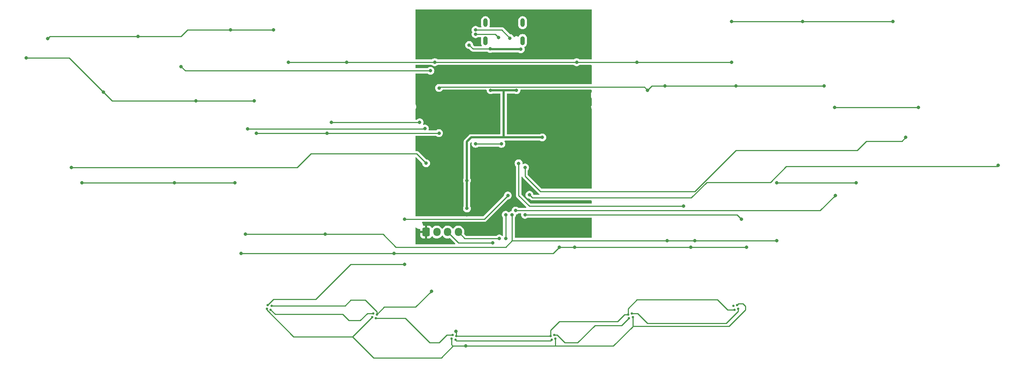
<source format=gbr>
%TF.GenerationSoftware,KiCad,Pcbnew,7.0.8*%
%TF.CreationDate,2023-10-18T22:01:12+02:00*%
%TF.ProjectId,acacia-2,61636163-6961-42d3-922e-6b696361645f,rev?*%
%TF.SameCoordinates,Original*%
%TF.FileFunction,Copper,L1,Top*%
%TF.FilePolarity,Positive*%
%FSLAX46Y46*%
G04 Gerber Fmt 4.6, Leading zero omitted, Abs format (unit mm)*
G04 Created by KiCad (PCBNEW 7.0.8) date 2023-10-18 22:01:12*
%MOMM*%
%LPD*%
G01*
G04 APERTURE LIST*
G04 Aperture macros list*
%AMRoundRect*
0 Rectangle with rounded corners*
0 $1 Rounding radius*
0 $2 $3 $4 $5 $6 $7 $8 $9 X,Y pos of 4 corners*
0 Add a 4 corners polygon primitive as box body*
4,1,4,$2,$3,$4,$5,$6,$7,$8,$9,$2,$3,0*
0 Add four circle primitives for the rounded corners*
1,1,$1+$1,$2,$3*
1,1,$1+$1,$4,$5*
1,1,$1+$1,$6,$7*
1,1,$1+$1,$8,$9*
0 Add four rect primitives between the rounded corners*
20,1,$1+$1,$2,$3,$4,$5,0*
20,1,$1+$1,$4,$5,$6,$7,0*
20,1,$1+$1,$6,$7,$8,$9,0*
20,1,$1+$1,$8,$9,$2,$3,0*%
%AMRotRect*
0 Rectangle, with rotation*
0 The origin of the aperture is its center*
0 $1 length*
0 $2 width*
0 $3 Rotation angle, in degrees counterclockwise*
0 Add horizontal line*
21,1,$1,$2,0,0,$3*%
G04 Aperture macros list end*
%TA.AperFunction,SMDPad,CuDef*%
%ADD10RotRect,0.500000X0.500000X15.000000*%
%TD*%
%TA.AperFunction,SMDPad,CuDef*%
%ADD11RotRect,0.500000X0.500000X285.000000*%
%TD*%
%TA.AperFunction,SMDPad,CuDef*%
%ADD12RotRect,0.500000X0.500000X165.000000*%
%TD*%
%TA.AperFunction,ComponentPad*%
%ADD13RoundRect,0.250000X-0.600000X-0.725000X0.600000X-0.725000X0.600000X0.725000X-0.600000X0.725000X0*%
%TD*%
%TA.AperFunction,ComponentPad*%
%ADD14O,1.700000X1.950000*%
%TD*%
%TA.AperFunction,ComponentPad*%
%ADD15O,1.050000X2.100000*%
%TD*%
%TA.AperFunction,ComponentPad*%
%ADD16O,1.000000X2.000000*%
%TD*%
%TA.AperFunction,ViaPad*%
%ADD17C,0.800000*%
%TD*%
%TA.AperFunction,Conductor*%
%ADD18C,0.250000*%
%TD*%
%TA.AperFunction,Conductor*%
%ADD19C,0.500000*%
%TD*%
G04 APERTURE END LIST*
D10*
%TO.P,D44,4,VDD*%
%TO.N,+5V*%
X211818198Y-114948865D03*
%TO.P,D44,3,DIN*%
%TO.N,Net-(D43-DOUT)*%
X212051135Y-115818198D03*
%TO.P,D44,2,VSS*%
%TO.N,GNDD*%
X211181802Y-116051135D03*
%TO.P,D44,1,DOUT*%
%TO.N,unconnected-(D44-DOUT-Pad1)*%
X210948865Y-115181802D03*
%TD*%
D11*
%TO.P,D43,1,DOUT*%
%TO.N,Net-(D43-DOUT)*%
X187318198Y-116948865D03*
%TO.P,D43,2,VSS*%
%TO.N,GNDD*%
X186448865Y-117181802D03*
%TO.P,D43,3,DIN*%
%TO.N,Net-(D42-DOUT)*%
X186681802Y-118051135D03*
%TO.P,D43,4,VDD*%
%TO.N,+5V*%
X187551135Y-117818198D03*
%TD*%
%TO.P,D42,1,DOUT*%
%TO.N,Net-(D42-DOUT)*%
X169318198Y-121948865D03*
%TO.P,D42,2,VSS*%
%TO.N,GNDD*%
X168448865Y-122181802D03*
%TO.P,D42,3,DIN*%
%TO.N,Net-(D41-DOUT)*%
X168681802Y-123051135D03*
%TO.P,D42,4,VDD*%
%TO.N,+5V*%
X169551135Y-122818198D03*
%TD*%
D12*
%TO.P,D41,1,DOUT*%
%TO.N,Net-(D41-DOUT)*%
X146318198Y-123051135D03*
%TO.P,D41,2,VSS*%
%TO.N,GNDD*%
X146551135Y-122181802D03*
%TO.P,D41,3,DIN*%
%TO.N,Net-(D40-DOUT)*%
X145681802Y-121948865D03*
%TO.P,D41,4,VDD*%
%TO.N,+5V*%
X145448865Y-122818198D03*
%TD*%
%TO.P,D40,1,DOUT*%
%TO.N,Net-(D40-DOUT)*%
X127818198Y-118051135D03*
%TO.P,D40,2,VSS*%
%TO.N,GNDD*%
X128051135Y-117181802D03*
%TO.P,D40,3,DIN*%
%TO.N,Net-(D39-DOUT)*%
X127181802Y-116948865D03*
%TO.P,D40,4,VDD*%
%TO.N,+5V*%
X126948865Y-117818198D03*
%TD*%
%TO.P,D39,1,DOUT*%
%TO.N,Net-(D39-DOUT)*%
X103318198Y-116051135D03*
%TO.P,D39,2,VSS*%
%TO.N,GNDD*%
X103551135Y-115181802D03*
%TO.P,D39,3,DIN*%
%TO.N,RGB*%
X102681802Y-114948865D03*
%TO.P,D39,4,VDD*%
%TO.N,+5V*%
X102448865Y-115818198D03*
%TD*%
D13*
%TO.P,J1,1,Pin_1*%
%TO.N,GNDD*%
X139500000Y-98000000D03*
D14*
%TO.P,J1,2,Pin_2*%
%TO.N,+5V*%
X142000000Y-98000000D03*
%TO.P,J1,3,Pin_3*%
%TO.N,/SDA*%
X144500000Y-98000000D03*
%TO.P,J1,4,Pin_4*%
%TO.N,/SCL*%
X147000000Y-98000000D03*
%TD*%
D15*
%TO.P,J3,S1,MH1*%
%TO.N,GNDPWR*%
X153290000Y-53500000D03*
D16*
%TO.P,J3,S2,MH2*%
X153290000Y-49320000D03*
%TO.P,J3,S3,MH3*%
X161930000Y-49320000D03*
D15*
%TO.P,J3,S4,MH4*%
X161930000Y-53500000D03*
%TD*%
D17*
%TO.N,GNDD*%
X147500000Y-61500000D03*
X140750000Y-111750000D03*
%TO.N,/SDA*%
X155000000Y-100500000D03*
%TO.N,/SCL*%
X156500000Y-99500000D03*
%TO.N,+5V*%
X149000000Y-92500000D03*
X166504866Y-75998010D03*
X154500000Y-65000000D03*
X149000000Y-86000000D03*
X160500000Y-65000000D03*
X148750000Y-124500000D03*
%TO.N,GNDD*%
X168250000Y-72500000D03*
X146411611Y-121088389D03*
X168250000Y-73500000D03*
X167250000Y-72500000D03*
X156000000Y-94000000D03*
X149000000Y-97000000D03*
X167250000Y-73500000D03*
X149000000Y-94000000D03*
X163000000Y-88000000D03*
X174000000Y-96500000D03*
X164500000Y-57000000D03*
%TO.N,GND*%
X149500000Y-54500000D03*
X154410000Y-55410000D03*
X161500000Y-55500000D03*
%TO.N,R0*%
X107500000Y-58500000D03*
X72500000Y-52470647D03*
X174500000Y-58500000D03*
X227000000Y-49000000D03*
X141500000Y-58500000D03*
X188500000Y-58500000D03*
X210500000Y-49000000D03*
X104000000Y-51000000D03*
X248000000Y-49000000D03*
X121000000Y-58500000D03*
X51500000Y-53000000D03*
X94000000Y-51000000D03*
X210500000Y-58500000D03*
%TO.N,R1*%
X191000000Y-65000000D03*
X232000000Y-64000000D03*
X46500000Y-57500000D03*
X234500000Y-69000000D03*
X142500000Y-64500000D03*
X64500000Y-65500000D03*
X100000000Y-75000000D03*
X99500000Y-67500000D03*
X195000000Y-64000000D03*
X142500000Y-75000004D03*
X86000000Y-67500000D03*
X116500000Y-75000000D03*
X211500000Y-64000000D03*
X254000000Y-69000000D03*
%TO.N,R2*%
X221000000Y-86500000D03*
X81000000Y-86500000D03*
X95000000Y-86500000D03*
X221000002Y-100000000D03*
X239500000Y-86500000D03*
X195500000Y-100000006D03*
X202000000Y-100000006D03*
X59500000Y-86500000D03*
X97500000Y-98500000D03*
X159500000Y-94000000D03*
X116000000Y-98500000D03*
%TO.N,R3*%
X132000000Y-103000000D03*
X201000000Y-101500000D03*
X170500000Y-101499996D03*
X214000000Y-101500000D03*
X96500000Y-103000000D03*
X174000000Y-101500000D03*
%TO.N,RGB*%
X134500000Y-95000000D03*
X134500000Y-105500000D03*
X158500000Y-89500000D03*
%TO.N,/BTN*%
X158000000Y-94000000D03*
X158000000Y-99500000D03*
%TO.N,Net-(U1-~{RESET})*%
X151000000Y-77500000D03*
X157000000Y-77500000D03*
%TO.N,C0*%
X139500000Y-82000000D03*
X57000000Y-83000000D03*
%TO.N,C1*%
X82500000Y-59500000D03*
X140500000Y-60500000D03*
%TO.N,C2*%
X139225000Y-73920337D03*
X98000000Y-74000000D03*
%TO.N,C3*%
X138000000Y-72500000D03*
X117500000Y-72500000D03*
%TO.N,C5*%
X161012653Y-82012653D03*
X199354105Y-92000000D03*
%TO.N,C6*%
X162500000Y-94000000D03*
X212780202Y-95000000D03*
%TO.N,C7*%
X160300000Y-93000000D03*
X234620660Y-89500000D03*
%TO.N,C8*%
X162500000Y-82987347D03*
X251000000Y-76000000D03*
%TO.N,C9*%
X163529577Y-89350000D03*
X272500000Y-82500000D03*
%TO.N,Net-(J3-CC1)*%
X151000000Y-52000000D03*
X156322262Y-52752632D03*
%TO.N,Net-(J3-CC2)*%
X151000000Y-51000000D03*
X159000000Y-52900500D03*
%TD*%
D18*
%TO.N,GNDD*%
X129783092Y-115449845D02*
X137050155Y-115449845D01*
X137050155Y-115449845D02*
X140750000Y-111750000D01*
X128051135Y-117181802D02*
X129783092Y-115449845D01*
X103551135Y-115181802D02*
X120660169Y-115181802D01*
X128051135Y-116551135D02*
X128051135Y-117181802D01*
X120660169Y-115181802D02*
X122003968Y-113838003D01*
X122003968Y-113838003D02*
X125338003Y-113838003D01*
X125338003Y-113838003D02*
X128051135Y-116551135D01*
%TO.N,+5V*%
X122410294Y-122339706D02*
X122427357Y-122339706D01*
X108664187Y-122339706D02*
X122410294Y-122339706D01*
X122410294Y-122339706D02*
X127296488Y-127225900D01*
X127296488Y-127225900D02*
X143024100Y-127225900D01*
X143024100Y-127225900D02*
X145750000Y-124500000D01*
X102448865Y-115818198D02*
X102448865Y-116124384D01*
X102448865Y-116124384D02*
X108664187Y-122339706D01*
X122427357Y-122339706D02*
X126948865Y-117818198D01*
%TO.N,RGB*%
X102681802Y-114948865D02*
X104004767Y-113625900D01*
X104004767Y-113625900D02*
X113874100Y-113625900D01*
X113874100Y-113625900D02*
X122000000Y-105500000D01*
X122000000Y-105500000D02*
X134500000Y-105500000D01*
%TO.N,Net-(D39-DOUT)*%
X103318198Y-116051135D02*
X104397921Y-117130858D01*
X120130858Y-117130858D02*
X121575803Y-118575803D01*
X121575803Y-118575803D02*
X124195314Y-118575803D01*
X104397921Y-117130858D02*
X120130858Y-117130858D01*
X124195314Y-118575803D02*
X125822252Y-116948865D01*
X125822252Y-116948865D02*
X127181802Y-116948865D01*
%TO.N,Net-(D40-DOUT)*%
X127818198Y-118051135D02*
X134662160Y-118051135D01*
X140361025Y-123750000D02*
X142500000Y-123750000D01*
X134662160Y-118051135D02*
X140361025Y-123750000D01*
X142500000Y-123750000D02*
X144301135Y-121948865D01*
X144301135Y-121948865D02*
X145681802Y-121948865D01*
%TO.N,GNDD*%
X168448865Y-122181802D02*
X146551135Y-122181802D01*
X146551135Y-121227913D02*
X146411611Y-121088389D01*
X146551135Y-122181802D02*
X146551135Y-121227913D01*
%TO.N,+5V*%
X148750000Y-124500000D02*
X145750000Y-124500000D01*
X145448865Y-124198865D02*
X145448865Y-122818198D01*
X145750000Y-124500000D02*
X145448865Y-124198865D01*
X169551135Y-124500000D02*
X148750000Y-124500000D01*
%TO.N,Net-(D41-DOUT)*%
X146318198Y-123051135D02*
X146517063Y-123250000D01*
X146517063Y-123250000D02*
X168482937Y-123250000D01*
X168482937Y-123250000D02*
X168681802Y-123051135D01*
%TO.N,GNDD*%
X168448865Y-122181802D02*
X168448865Y-120849133D01*
X168448865Y-120849133D02*
X170466898Y-118831100D01*
X183984536Y-118831100D02*
X185633834Y-117181802D01*
X170466898Y-118831100D02*
X183984536Y-118831100D01*
X185633834Y-117181802D02*
X186448865Y-117181802D01*
%TO.N,+5V*%
X169551135Y-122818198D02*
X169551135Y-124500000D01*
X169551135Y-124500000D02*
X183000000Y-124500000D01*
X187551135Y-119948865D02*
X187551135Y-117818198D01*
X183000000Y-124500000D02*
X187551135Y-119948865D01*
%TO.N,Net-(D42-DOUT)*%
X169318198Y-121948865D02*
X169952056Y-121948865D01*
X171753191Y-123750000D02*
X174750000Y-123750000D01*
X169952056Y-121948865D02*
X171753191Y-123750000D01*
X174750000Y-123750000D02*
X178750000Y-119750000D01*
X178750000Y-119750000D02*
X184982937Y-119750000D01*
X184982937Y-119750000D02*
X186681802Y-118051135D01*
%TO.N,+5V*%
X187551135Y-119750000D02*
X187689041Y-119887906D01*
X213750000Y-116091894D02*
X213750000Y-115250000D01*
X187689041Y-119887906D02*
X209953988Y-119887906D01*
X209953988Y-119887906D02*
X213750000Y-116091894D01*
X187551135Y-117818198D02*
X187551135Y-119750000D01*
X213113329Y-114613329D02*
X212153734Y-114613329D01*
X213750000Y-115250000D02*
X213113329Y-114613329D01*
X212153734Y-114613329D02*
X211818198Y-114948865D01*
%TO.N,GNDD*%
X207244325Y-113744325D02*
X209551135Y-116051135D01*
X188553673Y-113744325D02*
X207244325Y-113744325D01*
X209551135Y-116051135D02*
X211181802Y-116051135D01*
X186448865Y-117181802D02*
X186448865Y-115849133D01*
X186448865Y-115849133D02*
X188553673Y-113744325D01*
%TO.N,Net-(D43-DOUT)*%
X187318198Y-116948865D02*
X188698865Y-116948865D01*
X188698865Y-116948865D02*
X190970554Y-119220554D01*
X209282637Y-119220554D02*
X212051135Y-116452056D01*
X190970554Y-119220554D02*
X209282637Y-119220554D01*
X212051135Y-116452056D02*
X212051135Y-115818198D01*
%TO.N,/SDA*%
X155000000Y-100500000D02*
X147000000Y-100500000D01*
X147000000Y-100500000D02*
X144500000Y-98000000D01*
%TO.N,/SCL*%
X156500000Y-99500000D02*
X148500000Y-99500000D01*
X148500000Y-99500000D02*
X147000000Y-98000000D01*
D19*
%TO.N,+5V*%
X159999990Y-65000000D02*
X154500000Y-65000000D01*
X159999990Y-65000000D02*
X160500000Y-65000000D01*
X159999990Y-65000000D02*
X157500000Y-65000000D01*
X157500000Y-65000000D02*
X157500000Y-76000000D01*
X157500000Y-76000000D02*
X166502876Y-76000000D01*
X157500000Y-76000000D02*
X150000000Y-76000000D01*
X150000000Y-76000000D02*
X149000000Y-77000000D01*
X166502876Y-76000000D02*
X166504866Y-75998010D01*
X149000000Y-77000000D02*
X149000000Y-86000000D01*
X149000000Y-92500000D02*
X149000000Y-86000000D01*
%TO.N,GND*%
X154500000Y-55500000D02*
X161500000Y-55500000D01*
X154410000Y-55410000D02*
X154500000Y-55500000D01*
D18*
X150410000Y-55410000D02*
X149500000Y-54500000D01*
X154410000Y-55410000D02*
X150410000Y-55410000D01*
%TO.N,R0*%
X82529353Y-52470647D02*
X84000000Y-51000000D01*
X94000000Y-51000000D02*
X104000000Y-51000000D01*
X248000000Y-49000000D02*
X227000000Y-49000000D01*
X226500000Y-49000000D02*
X227000000Y-49000000D01*
X51500000Y-53000000D02*
X52029353Y-52470647D01*
X141500000Y-58500000D02*
X174500000Y-58500000D01*
X210500000Y-49000000D02*
X226500000Y-49000000D01*
X174500000Y-58500000D02*
X210500000Y-58500000D01*
X107500000Y-58500000D02*
X121000000Y-58500000D01*
X52029353Y-52470647D02*
X72500000Y-52470647D01*
X84000000Y-51000000D02*
X94000000Y-51000000D01*
X72500000Y-52470647D02*
X82529353Y-52470647D01*
X121000000Y-58500000D02*
X141500000Y-58500000D01*
%TO.N,R1*%
X211500000Y-64000000D02*
X195000000Y-64000000D01*
X254000000Y-69000000D02*
X234500000Y-69000000D01*
X86000000Y-67500000D02*
X99500000Y-67500000D01*
X232000000Y-64000000D02*
X211500000Y-64000000D01*
X191000000Y-65000000D02*
X190272450Y-64272450D01*
X195000000Y-64000000D02*
X192000000Y-64000000D01*
X46500000Y-57500000D02*
X56500000Y-57500000D01*
X100000000Y-75000000D02*
X116500000Y-75000000D01*
X66500000Y-67500000D02*
X86000000Y-67500000D01*
X62000000Y-63000000D02*
X64500000Y-65500000D01*
X116500000Y-75000000D02*
X142499996Y-75000000D01*
X192000000Y-64000000D02*
X191000000Y-65000000D01*
X142727550Y-64272450D02*
X142500000Y-64500000D01*
X190272450Y-64272450D02*
X142727550Y-64272450D01*
X64500000Y-65500000D02*
X66500000Y-67500000D01*
X56500000Y-57500000D02*
X62000000Y-63000000D01*
X142499996Y-75000000D02*
X142500000Y-75000004D01*
%TO.N,R2*%
X158000006Y-101500000D02*
X159500000Y-100000006D01*
X159500000Y-94000000D02*
X159500000Y-100000006D01*
X202000000Y-100000006D02*
X220999996Y-100000006D01*
X97500000Y-98500000D02*
X116000000Y-98500000D01*
X81000000Y-86500000D02*
X95000000Y-86500000D01*
X239500000Y-86500000D02*
X221000000Y-86500000D01*
X159500000Y-100000006D02*
X195500000Y-100000006D01*
X195500000Y-100000006D02*
X202000000Y-100000006D01*
X220999996Y-100000006D02*
X221000002Y-100000000D01*
X116000000Y-98500000D02*
X129500000Y-98500000D01*
X132500000Y-101500000D02*
X158000006Y-101500000D01*
X129500000Y-98500000D02*
X132500000Y-101500000D01*
X81000000Y-86500000D02*
X59500000Y-86500000D01*
%TO.N,R3*%
X214000000Y-101500000D02*
X201000000Y-101500000D01*
X174000000Y-101500000D02*
X170500004Y-101500000D01*
X170500000Y-101499996D02*
X168999996Y-103000000D01*
X170500004Y-101500000D02*
X170500000Y-101499996D01*
X96500000Y-103000000D02*
X132000000Y-103000000D01*
X201000000Y-101500000D02*
X174000000Y-101500000D01*
X168999996Y-103000000D02*
X132000000Y-103000000D01*
%TO.N,RGB*%
X153000000Y-95000000D02*
X134500000Y-95000000D01*
X158500000Y-89500000D02*
X153000000Y-95000000D01*
%TO.N,/BTN*%
X158000000Y-99500000D02*
X158000000Y-94000000D01*
%TO.N,Net-(U1-~{RESET})*%
X157000000Y-77500000D02*
X151000000Y-77500000D01*
%TO.N,C0*%
X112724503Y-79775497D02*
X109500000Y-83000000D01*
X109500000Y-83000000D02*
X57000000Y-83000000D01*
X139500000Y-82000000D02*
X137275497Y-79775497D01*
X137275497Y-79775497D02*
X112724503Y-79775497D01*
%TO.N,C1*%
X83500000Y-60500000D02*
X82500000Y-59500000D01*
X140500000Y-60500000D02*
X83500000Y-60500000D01*
%TO.N,C2*%
X98000000Y-74000000D02*
X139000000Y-74000000D01*
X139079663Y-73920337D02*
X139225000Y-73920337D01*
X139000000Y-74000000D02*
X139079663Y-73920337D01*
%TO.N,C3*%
X138000000Y-72500000D02*
X130874214Y-72500000D01*
X130874214Y-72500000D02*
X117500000Y-72500000D01*
%TO.N,C5*%
X161012653Y-89512653D02*
X161012653Y-82012653D01*
X163500000Y-92000000D02*
X161012653Y-89512653D01*
X199354105Y-92000000D02*
X163500000Y-92000000D01*
%TO.N,C6*%
X212780202Y-95000000D02*
X211780202Y-94000000D01*
X211780202Y-94000000D02*
X162500000Y-94000000D01*
%TO.N,C7*%
X231120660Y-93000000D02*
X160300000Y-93000000D01*
X234620660Y-89500000D02*
X231120660Y-93000000D01*
%TO.N,C8*%
X211514923Y-79000000D02*
X201974222Y-88540701D01*
X241885772Y-76857649D02*
X239743421Y-79000000D01*
X250142351Y-76857649D02*
X241885772Y-76857649D01*
X166040701Y-88540701D02*
X162500000Y-85000000D01*
X201974222Y-88540701D02*
X166040701Y-88540701D01*
X162500000Y-85000000D02*
X162500000Y-82987347D01*
X239743421Y-79000000D02*
X211514923Y-79000000D01*
X251000000Y-76000000D02*
X250142351Y-76857649D01*
%TO.N,C9*%
X223259299Y-82740701D02*
X219574503Y-86425497D01*
X219574503Y-86425497D02*
X204725822Y-86425497D01*
X204725822Y-86425497D02*
X201151319Y-90000000D01*
X164179577Y-90000000D02*
X163529577Y-89350000D01*
X272500000Y-82500000D02*
X272259299Y-82740701D01*
X201151319Y-90000000D02*
X164179577Y-90000000D01*
X272259299Y-82740701D02*
X223259299Y-82740701D01*
%TO.N,Net-(J3-CC1)*%
X151000000Y-52000000D02*
X155569630Y-52000000D01*
X156322262Y-52752632D02*
X155569630Y-52000000D01*
%TO.N,Net-(J3-CC2)*%
X157099500Y-51000000D02*
X151000000Y-51000000D01*
X159000000Y-52900500D02*
X157099500Y-51000000D01*
%TD*%
%TA.AperFunction,Conductor*%
%TO.N,GNDD*%
G36*
X137205203Y-96936609D02*
G01*
X137218508Y-96950047D01*
X137294364Y-97039353D01*
X137294367Y-97039356D01*
X137370170Y-97096979D01*
X137445971Y-97154602D01*
X137445972Y-97154602D01*
X137445973Y-97154603D01*
X137445974Y-97154604D01*
X137551758Y-97203543D01*
X137618803Y-97234562D01*
X137618804Y-97234562D01*
X137618806Y-97234563D01*
X137675227Y-97246982D01*
X137804784Y-97275500D01*
X137804785Y-97275500D01*
X137947459Y-97275500D01*
X137947465Y-97275500D01*
X138012595Y-97268416D01*
X138081367Y-97280736D01*
X138132563Y-97328283D01*
X138150000Y-97391689D01*
X138150000Y-97750000D01*
X139096031Y-97750000D01*
X139063481Y-97800649D01*
X139025000Y-97931705D01*
X139025000Y-98068295D01*
X139063481Y-98199351D01*
X139096031Y-98250000D01*
X138150001Y-98250000D01*
X138150001Y-98774986D01*
X138160494Y-98877697D01*
X138215641Y-99044119D01*
X138215643Y-99044124D01*
X138307684Y-99193345D01*
X138431654Y-99317315D01*
X138580875Y-99409356D01*
X138580880Y-99409358D01*
X138747302Y-99464505D01*
X138747309Y-99464506D01*
X138850019Y-99474999D01*
X139249999Y-99474999D01*
X139250000Y-99474998D01*
X139250000Y-98408018D01*
X139364801Y-98460446D01*
X139466025Y-98475000D01*
X139533975Y-98475000D01*
X139635199Y-98460446D01*
X139750000Y-98408018D01*
X139750000Y-99474999D01*
X140149972Y-99474999D01*
X140149986Y-99474998D01*
X140252697Y-99464505D01*
X140419119Y-99409358D01*
X140419124Y-99409356D01*
X140568345Y-99317315D01*
X140692317Y-99193343D01*
X140784338Y-99044153D01*
X140836286Y-98997428D01*
X140905248Y-98986205D01*
X140969331Y-99014048D01*
X140979397Y-99023446D01*
X141099228Y-99148476D01*
X141285153Y-99285985D01*
X141491643Y-99390095D01*
X141712757Y-99457811D01*
X141942135Y-99487184D01*
X142173178Y-99477369D01*
X142399238Y-99428649D01*
X142613813Y-99342426D01*
X142810730Y-99221179D01*
X142984324Y-99068398D01*
X143129600Y-98888476D01*
X143143030Y-98864434D01*
X143192906Y-98815509D01*
X143261318Y-98801314D01*
X143326545Y-98826359D01*
X143354019Y-98855470D01*
X143439209Y-98981512D01*
X143439212Y-98981516D01*
X143439217Y-98981523D01*
X143599228Y-99148476D01*
X143785153Y-99285985D01*
X143991643Y-99390095D01*
X144212757Y-99457811D01*
X144442135Y-99487184D01*
X144673178Y-99477369D01*
X144899238Y-99428649D01*
X144918475Y-99420918D01*
X144988017Y-99414186D01*
X145050162Y-99446121D01*
X145052391Y-99448295D01*
X146258914Y-100654819D01*
X146292399Y-100716142D01*
X146287415Y-100785834D01*
X146245543Y-100841767D01*
X146180079Y-100866184D01*
X146171233Y-100866500D01*
X137124000Y-100866500D01*
X137056961Y-100846815D01*
X137011206Y-100794011D01*
X137000000Y-100742500D01*
X137000000Y-97030322D01*
X137019685Y-96963283D01*
X137072489Y-96917528D01*
X137141647Y-96907584D01*
X137205203Y-96936609D01*
G37*
%TD.AperFunction*%
%TA.AperFunction,Conductor*%
G36*
X161560197Y-93653185D02*
G01*
X161605952Y-93705989D01*
X161615896Y-93775147D01*
X161611089Y-93795816D01*
X161606458Y-93810072D01*
X161586496Y-94000000D01*
X161606458Y-94189928D01*
X161606459Y-94189931D01*
X161665470Y-94371549D01*
X161665473Y-94371556D01*
X161760960Y-94536944D01*
X161834370Y-94618474D01*
X161869829Y-94657856D01*
X161888747Y-94678866D01*
X162043248Y-94791118D01*
X162217712Y-94868794D01*
X162404513Y-94908500D01*
X162595487Y-94908500D01*
X162782288Y-94868794D01*
X162956752Y-94791118D01*
X163111253Y-94678866D01*
X163115160Y-94674527D01*
X163174646Y-94637879D01*
X163207309Y-94633500D01*
X177876000Y-94633500D01*
X177943039Y-94653185D01*
X177988794Y-94705989D01*
X178000000Y-94757500D01*
X178000000Y-99242506D01*
X177980315Y-99309545D01*
X177927511Y-99355300D01*
X177876000Y-99366506D01*
X160257500Y-99366506D01*
X160190461Y-99346821D01*
X160144706Y-99294017D01*
X160133500Y-99242506D01*
X160133500Y-94701756D01*
X160153185Y-94634717D01*
X160165346Y-94618788D01*
X160239040Y-94536944D01*
X160334527Y-94371556D01*
X160393542Y-94189928D01*
X160413504Y-94000000D01*
X160413503Y-93999997D01*
X160414183Y-93993536D01*
X160416813Y-93993812D01*
X160433189Y-93938043D01*
X160485993Y-93892288D01*
X160511712Y-93883795D01*
X160582288Y-93868794D01*
X160756752Y-93791118D01*
X160911253Y-93678866D01*
X160915160Y-93674527D01*
X160974646Y-93637879D01*
X161007309Y-93633500D01*
X161493158Y-93633500D01*
X161560197Y-93653185D01*
G37*
%TD.AperFunction*%
%TA.AperFunction,Conductor*%
G36*
X140859730Y-59153185D02*
G01*
X140884840Y-59174527D01*
X140888747Y-59178866D01*
X141043248Y-59291118D01*
X141217712Y-59368794D01*
X141404513Y-59408500D01*
X141595487Y-59408500D01*
X141782288Y-59368794D01*
X141956752Y-59291118D01*
X142111253Y-59178866D01*
X142115160Y-59174527D01*
X142174646Y-59137879D01*
X142207309Y-59133500D01*
X173792691Y-59133500D01*
X173859730Y-59153185D01*
X173884840Y-59174527D01*
X173888747Y-59178866D01*
X174043248Y-59291118D01*
X174217712Y-59368794D01*
X174404513Y-59408500D01*
X174595487Y-59408500D01*
X174782288Y-59368794D01*
X174956752Y-59291118D01*
X175111253Y-59178866D01*
X175115160Y-59174527D01*
X175174646Y-59137879D01*
X175207309Y-59133500D01*
X177876000Y-59133500D01*
X177943039Y-59153185D01*
X177988794Y-59205989D01*
X178000000Y-59257500D01*
X178000000Y-63514950D01*
X177980315Y-63581989D01*
X177927511Y-63627744D01*
X177876000Y-63638950D01*
X142825762Y-63638950D01*
X142787447Y-63632882D01*
X142782287Y-63631205D01*
X142595487Y-63591500D01*
X142404513Y-63591500D01*
X142217714Y-63631205D01*
X142043246Y-63708883D01*
X141888745Y-63821135D01*
X141760959Y-63963057D01*
X141665473Y-64128443D01*
X141665470Y-64128450D01*
X141606459Y-64310068D01*
X141606458Y-64310072D01*
X141586496Y-64500000D01*
X141606458Y-64689928D01*
X141606459Y-64689931D01*
X141665470Y-64871549D01*
X141665473Y-64871556D01*
X141760960Y-65036944D01*
X141888747Y-65178866D01*
X142043248Y-65291118D01*
X142217712Y-65368794D01*
X142404513Y-65408500D01*
X142595487Y-65408500D01*
X142782288Y-65368794D01*
X142956752Y-65291118D01*
X143111253Y-65178866D01*
X143239040Y-65036944D01*
X143278874Y-64967949D01*
X143329441Y-64919734D01*
X143386261Y-64905950D01*
X153464961Y-64905950D01*
X153532000Y-64925635D01*
X153577755Y-64978439D01*
X153588281Y-65016984D01*
X153606458Y-65189928D01*
X153606459Y-65189931D01*
X153665470Y-65371549D01*
X153665473Y-65371556D01*
X153760960Y-65536944D01*
X153888747Y-65678866D01*
X154043248Y-65791118D01*
X154217712Y-65868794D01*
X154404513Y-65908500D01*
X154595487Y-65908500D01*
X154782288Y-65868794D01*
X154956752Y-65791118D01*
X154969051Y-65782181D01*
X155034858Y-65758702D01*
X155041937Y-65758500D01*
X156617500Y-65758500D01*
X156684539Y-65778185D01*
X156730294Y-65830989D01*
X156741500Y-65882500D01*
X156741500Y-75117500D01*
X156721815Y-75184539D01*
X156669011Y-75230294D01*
X156617500Y-75241500D01*
X150064294Y-75241500D01*
X150046324Y-75240191D01*
X150022206Y-75236658D01*
X149976651Y-75240645D01*
X149969573Y-75241264D01*
X149964172Y-75241500D01*
X149955819Y-75241500D01*
X149922903Y-75245347D01*
X149845574Y-75252112D01*
X149838506Y-75253572D01*
X149838496Y-75253528D01*
X149830906Y-75255210D01*
X149830917Y-75255254D01*
X149823893Y-75256919D01*
X149823887Y-75256920D01*
X149823887Y-75256921D01*
X149799414Y-75265827D01*
X149750933Y-75283473D01*
X149677257Y-75307887D01*
X149670720Y-75310936D01*
X149670700Y-75310894D01*
X149663696Y-75314285D01*
X149663717Y-75314326D01*
X149657269Y-75317564D01*
X149592394Y-75360233D01*
X149526352Y-75400967D01*
X149520683Y-75405450D01*
X149520653Y-75405413D01*
X149514627Y-75410322D01*
X149514657Y-75410357D01*
X149509132Y-75414993D01*
X149455836Y-75471482D01*
X148509122Y-76418195D01*
X148495495Y-76429973D01*
X148475941Y-76444531D01*
X148441977Y-76485006D01*
X148438330Y-76488987D01*
X148432418Y-76494900D01*
X148411863Y-76520896D01*
X148361967Y-76580360D01*
X148358001Y-76586391D01*
X148357963Y-76586366D01*
X148353782Y-76592928D01*
X148353821Y-76592952D01*
X148350032Y-76599094D01*
X148317220Y-76669459D01*
X148282391Y-76738810D01*
X148279923Y-76745593D01*
X148279878Y-76745576D01*
X148277322Y-76752932D01*
X148277366Y-76752947D01*
X148275096Y-76759795D01*
X148267244Y-76797822D01*
X148259392Y-76835850D01*
X148252128Y-76866500D01*
X148241498Y-76911351D01*
X148240661Y-76918519D01*
X148240613Y-76918513D01*
X148239823Y-76926244D01*
X148239870Y-76926249D01*
X148239240Y-76933438D01*
X148241500Y-77011079D01*
X148241500Y-85463535D01*
X148224888Y-85525534D01*
X148165472Y-85628446D01*
X148165470Y-85628450D01*
X148106459Y-85810068D01*
X148106458Y-85810072D01*
X148086496Y-86000000D01*
X148106458Y-86189928D01*
X148106459Y-86189931D01*
X148165470Y-86371549D01*
X148165473Y-86371556D01*
X148224887Y-86474463D01*
X148241500Y-86536463D01*
X148241500Y-91963535D01*
X148224888Y-92025533D01*
X148183048Y-92098004D01*
X148165472Y-92128446D01*
X148165470Y-92128450D01*
X148114333Y-92285834D01*
X148106458Y-92310072D01*
X148086496Y-92500000D01*
X148106458Y-92689928D01*
X148106459Y-92689931D01*
X148165470Y-92871549D01*
X148165473Y-92871556D01*
X148260960Y-93036944D01*
X148388747Y-93178866D01*
X148543248Y-93291118D01*
X148717712Y-93368794D01*
X148904513Y-93408500D01*
X149095487Y-93408500D01*
X149282288Y-93368794D01*
X149456752Y-93291118D01*
X149611253Y-93178866D01*
X149739040Y-93036944D01*
X149834527Y-92871556D01*
X149893542Y-92689928D01*
X149913504Y-92500000D01*
X149893542Y-92310072D01*
X149834527Y-92128444D01*
X149775111Y-92025533D01*
X149758500Y-91963535D01*
X149758500Y-86536463D01*
X149775113Y-86474463D01*
X149834527Y-86371556D01*
X149893542Y-86189928D01*
X149913504Y-86000000D01*
X149893542Y-85810072D01*
X149834527Y-85628444D01*
X149775111Y-85525533D01*
X149758500Y-85463535D01*
X149758500Y-77365543D01*
X149778185Y-77298504D01*
X149794813Y-77277867D01*
X149906739Y-77165941D01*
X149968058Y-77132459D01*
X150037750Y-77137443D01*
X150093684Y-77179314D01*
X150118101Y-77244778D01*
X150112348Y-77291941D01*
X150106458Y-77310072D01*
X150086496Y-77500000D01*
X150106458Y-77689928D01*
X150106459Y-77689931D01*
X150165470Y-77871549D01*
X150165473Y-77871556D01*
X150260960Y-78036944D01*
X150388747Y-78178866D01*
X150543248Y-78291118D01*
X150717712Y-78368794D01*
X150904513Y-78408500D01*
X151095487Y-78408500D01*
X151282288Y-78368794D01*
X151456752Y-78291118D01*
X151611253Y-78178866D01*
X151615160Y-78174527D01*
X151674646Y-78137879D01*
X151707309Y-78133500D01*
X156292691Y-78133500D01*
X156359730Y-78153185D01*
X156384840Y-78174527D01*
X156388747Y-78178866D01*
X156543248Y-78291118D01*
X156717712Y-78368794D01*
X156904513Y-78408500D01*
X157095487Y-78408500D01*
X157282288Y-78368794D01*
X157456752Y-78291118D01*
X157611253Y-78178866D01*
X157739040Y-78036944D01*
X157834527Y-77871556D01*
X157893542Y-77689928D01*
X157913504Y-77500000D01*
X157893542Y-77310072D01*
X157834527Y-77128444D01*
X157739040Y-76963056D01*
X157735222Y-76957801D01*
X157736937Y-76956554D01*
X157710987Y-76902490D01*
X157719607Y-76833154D01*
X157764344Y-76779485D01*
X157830995Y-76758523D01*
X157833365Y-76758500D01*
X165965668Y-76758500D01*
X166032707Y-76778185D01*
X166038554Y-76782182D01*
X166048115Y-76789129D01*
X166115086Y-76818945D01*
X166222578Y-76866804D01*
X166409379Y-76906510D01*
X166600353Y-76906510D01*
X166787154Y-76866804D01*
X166961618Y-76789128D01*
X167116119Y-76676876D01*
X167243906Y-76534954D01*
X167339393Y-76369566D01*
X167398408Y-76187938D01*
X167418370Y-75998010D01*
X167398408Y-75808082D01*
X167339393Y-75626454D01*
X167243906Y-75461066D01*
X167116119Y-75319144D01*
X166961618Y-75206892D01*
X166787154Y-75129216D01*
X166787152Y-75129215D01*
X166600353Y-75089510D01*
X166409379Y-75089510D01*
X166222580Y-75129215D01*
X166048115Y-75206890D01*
X166033076Y-75217818D01*
X165967269Y-75241298D01*
X165960190Y-75241500D01*
X158382500Y-75241500D01*
X158315461Y-75221815D01*
X158269706Y-75169011D01*
X158258500Y-75117500D01*
X158258500Y-65882500D01*
X158278185Y-65815461D01*
X158330989Y-65769706D01*
X158382500Y-65758500D01*
X159911334Y-65758500D01*
X159958063Y-65758500D01*
X160025102Y-65778185D01*
X160030949Y-65782182D01*
X160043249Y-65791119D01*
X160110220Y-65820935D01*
X160217712Y-65868794D01*
X160404513Y-65908500D01*
X160595487Y-65908500D01*
X160782288Y-65868794D01*
X160956752Y-65791118D01*
X161111253Y-65678866D01*
X161239040Y-65536944D01*
X161334527Y-65371556D01*
X161393542Y-65189928D01*
X161411718Y-65016986D01*
X161438303Y-64952374D01*
X161495600Y-64912389D01*
X161535039Y-64905950D01*
X177876000Y-64905950D01*
X177943039Y-64925635D01*
X177988794Y-64978439D01*
X178000000Y-65029950D01*
X178000000Y-65314726D01*
X177987720Y-65368527D01*
X177921457Y-65506123D01*
X177844125Y-65756826D01*
X177844124Y-65756831D01*
X177844123Y-65756835D01*
X177832946Y-65830989D01*
X177805019Y-66016262D01*
X177805019Y-66278637D01*
X177825313Y-66413273D01*
X177844123Y-66538065D01*
X177844124Y-66538067D01*
X177844125Y-66538073D01*
X177921457Y-66788776D01*
X177987720Y-66926372D01*
X178000000Y-66980173D01*
X178000000Y-68401714D01*
X177983388Y-68463713D01*
X177979767Y-68469983D01*
X177910973Y-68668750D01*
X177910972Y-68668755D01*
X177910972Y-68668756D01*
X177881037Y-68876957D01*
X177891046Y-69087061D01*
X177940636Y-69291473D01*
X177988794Y-69396926D01*
X178000000Y-69448435D01*
X178000000Y-87783201D01*
X177980315Y-87850240D01*
X177927511Y-87895995D01*
X177876000Y-87907201D01*
X166354468Y-87907201D01*
X166287429Y-87887516D01*
X166266787Y-87870882D01*
X163169819Y-84773914D01*
X163136334Y-84712591D01*
X163133500Y-84686233D01*
X163133500Y-83689103D01*
X163153185Y-83622064D01*
X163165346Y-83606135D01*
X163239040Y-83524291D01*
X163334527Y-83358903D01*
X163393542Y-83177275D01*
X163413504Y-82987347D01*
X163393542Y-82797419D01*
X163334527Y-82615791D01*
X163239040Y-82450403D01*
X163111253Y-82308481D01*
X162956752Y-82196229D01*
X162782288Y-82118553D01*
X162782286Y-82118552D01*
X162595487Y-82078847D01*
X162404513Y-82078847D01*
X162217714Y-82118552D01*
X162217712Y-82118553D01*
X162142068Y-82152232D01*
X162096372Y-82172577D01*
X162027122Y-82181861D01*
X161963846Y-82152232D01*
X161926633Y-82093097D01*
X161922616Y-82046339D01*
X161926157Y-82012653D01*
X161906195Y-81822725D01*
X161847180Y-81641097D01*
X161751693Y-81475709D01*
X161623906Y-81333787D01*
X161469405Y-81221535D01*
X161294941Y-81143859D01*
X161294939Y-81143858D01*
X161108140Y-81104153D01*
X160917166Y-81104153D01*
X160730367Y-81143858D01*
X160555899Y-81221536D01*
X160401398Y-81333788D01*
X160273612Y-81475710D01*
X160178126Y-81641096D01*
X160178123Y-81641103D01*
X160123222Y-81810072D01*
X160119111Y-81822725D01*
X160099149Y-82012653D01*
X160119111Y-82202581D01*
X160119112Y-82202584D01*
X160178123Y-82384202D01*
X160178126Y-82384209D01*
X160266307Y-82536944D01*
X160273613Y-82549597D01*
X160347302Y-82631437D01*
X160377533Y-82694428D01*
X160379153Y-82714409D01*
X160379153Y-89429019D01*
X160377414Y-89444766D01*
X160377685Y-89444792D01*
X160376951Y-89452558D01*
X160379153Y-89522610D01*
X160379153Y-89552512D01*
X160380037Y-89559509D01*
X160380495Y-89565332D01*
X160381979Y-89612542D01*
X160381980Y-89612544D01*
X160387675Y-89632148D01*
X160391620Y-89651195D01*
X160394179Y-89671450D01*
X160394180Y-89671453D01*
X160394181Y-89671456D01*
X160411567Y-89715369D01*
X160413459Y-89720897D01*
X160426634Y-89766245D01*
X160437025Y-89783815D01*
X160445585Y-89801288D01*
X160453100Y-89820270D01*
X160480862Y-89858480D01*
X160484069Y-89863363D01*
X160508111Y-89904015D01*
X160508115Y-89904019D01*
X160522542Y-89918446D01*
X160535179Y-89933241D01*
X160547181Y-89949760D01*
X160583584Y-89979875D01*
X160587884Y-89983788D01*
X162332220Y-91728125D01*
X162758914Y-92154819D01*
X162792399Y-92216142D01*
X162787415Y-92285834D01*
X162745543Y-92341767D01*
X162680079Y-92366184D01*
X162671233Y-92366500D01*
X161007309Y-92366500D01*
X160940270Y-92346815D01*
X160915160Y-92325473D01*
X160911254Y-92321135D01*
X160896028Y-92310072D01*
X160756752Y-92208882D01*
X160582288Y-92131206D01*
X160582286Y-92131205D01*
X160395487Y-92091500D01*
X160204513Y-92091500D01*
X160017714Y-92131205D01*
X159843246Y-92208883D01*
X159688745Y-92321135D01*
X159560959Y-92463057D01*
X159465473Y-92628443D01*
X159465470Y-92628450D01*
X159445495Y-92689928D01*
X159406458Y-92810072D01*
X159399997Y-92871549D01*
X159385817Y-93006463D01*
X159383186Y-93006186D01*
X159366811Y-93061955D01*
X159314007Y-93107710D01*
X159288278Y-93116206D01*
X159217713Y-93131205D01*
X159110670Y-93178864D01*
X159069222Y-93197318D01*
X159043244Y-93208884D01*
X158888745Y-93321135D01*
X158842150Y-93372885D01*
X158782663Y-93409534D01*
X158712806Y-93408203D01*
X158657850Y-93372885D01*
X158611254Y-93321135D01*
X158569940Y-93291118D01*
X158456752Y-93208882D01*
X158282288Y-93131206D01*
X158282286Y-93131205D01*
X158095487Y-93091500D01*
X157904513Y-93091500D01*
X157717714Y-93131205D01*
X157543246Y-93208883D01*
X157388745Y-93321135D01*
X157260959Y-93463057D01*
X157165473Y-93628443D01*
X157165470Y-93628450D01*
X157111090Y-93795816D01*
X157106458Y-93810072D01*
X157086496Y-94000000D01*
X157106458Y-94189928D01*
X157106459Y-94189931D01*
X157165470Y-94371549D01*
X157165473Y-94371556D01*
X157260958Y-94536942D01*
X157260960Y-94536944D01*
X157334649Y-94618784D01*
X157364880Y-94681775D01*
X157366500Y-94701756D01*
X157366500Y-98781583D01*
X157346815Y-98848622D01*
X157294011Y-98894377D01*
X157224853Y-98904321D01*
X157161297Y-98875296D01*
X157150351Y-98864556D01*
X157111254Y-98821135D01*
X156956753Y-98708883D01*
X156956752Y-98708882D01*
X156782288Y-98631206D01*
X156782286Y-98631205D01*
X156595487Y-98591500D01*
X156404513Y-98591500D01*
X156217714Y-98631205D01*
X156043246Y-98708883D01*
X155888745Y-98821135D01*
X155884840Y-98825473D01*
X155825354Y-98862121D01*
X155792691Y-98866500D01*
X148813767Y-98866500D01*
X148746728Y-98846815D01*
X148726086Y-98830181D01*
X148371391Y-98475486D01*
X148337906Y-98414163D01*
X148336856Y-98366851D01*
X148358500Y-98240625D01*
X148358500Y-97817287D01*
X148358500Y-97817281D01*
X148343802Y-97644586D01*
X148285530Y-97420793D01*
X148285529Y-97420789D01*
X148190283Y-97210080D01*
X148190276Y-97210068D01*
X148060790Y-97018486D01*
X148060786Y-97018481D01*
X148060783Y-97018477D01*
X147900772Y-96851524D01*
X147714847Y-96714015D01*
X147714846Y-96714014D01*
X147714844Y-96714013D01*
X147508358Y-96609905D01*
X147380888Y-96570867D01*
X147287243Y-96542189D01*
X147287241Y-96542188D01*
X147287242Y-96542188D01*
X147057859Y-96512815D01*
X146826827Y-96522630D01*
X146826821Y-96522630D01*
X146600759Y-96571351D01*
X146386190Y-96657572D01*
X146189270Y-96778820D01*
X146015679Y-96931599D01*
X146015672Y-96931605D01*
X145870404Y-97111517D01*
X145870397Y-97111527D01*
X145856968Y-97135567D01*
X145807089Y-97184493D01*
X145738675Y-97198685D01*
X145673450Y-97173637D01*
X145645980Y-97144529D01*
X145560790Y-97018487D01*
X145560788Y-97018485D01*
X145560783Y-97018477D01*
X145400772Y-96851524D01*
X145214847Y-96714015D01*
X145214846Y-96714014D01*
X145214844Y-96714013D01*
X145008358Y-96609905D01*
X144880888Y-96570867D01*
X144787243Y-96542189D01*
X144787241Y-96542188D01*
X144787242Y-96542188D01*
X144557859Y-96512815D01*
X144326827Y-96522630D01*
X144326821Y-96522630D01*
X144100759Y-96571351D01*
X143886190Y-96657572D01*
X143689270Y-96778820D01*
X143515679Y-96931599D01*
X143515672Y-96931605D01*
X143370404Y-97111517D01*
X143370397Y-97111527D01*
X143356968Y-97135567D01*
X143307089Y-97184493D01*
X143238675Y-97198685D01*
X143173450Y-97173637D01*
X143145980Y-97144529D01*
X143060790Y-97018487D01*
X143060788Y-97018485D01*
X143060783Y-97018477D01*
X142900772Y-96851524D01*
X142714847Y-96714015D01*
X142714846Y-96714014D01*
X142714844Y-96714013D01*
X142508358Y-96609905D01*
X142380888Y-96570867D01*
X142287243Y-96542189D01*
X142287241Y-96542188D01*
X142287242Y-96542188D01*
X142057859Y-96512815D01*
X141826827Y-96522630D01*
X141826821Y-96522630D01*
X141600759Y-96571351D01*
X141386190Y-96657572D01*
X141189270Y-96778820D01*
X141015679Y-96931599D01*
X141015671Y-96931607D01*
X140986096Y-96968235D01*
X140928665Y-97008028D01*
X140858838Y-97010453D01*
X140798784Y-96974742D01*
X140784082Y-96955432D01*
X140692315Y-96806654D01*
X140568345Y-96682684D01*
X140419124Y-96590643D01*
X140419119Y-96590641D01*
X140252697Y-96535494D01*
X140252690Y-96535493D01*
X140149986Y-96525000D01*
X139750000Y-96525000D01*
X139750000Y-97591981D01*
X139635199Y-97539554D01*
X139533975Y-97525000D01*
X139466025Y-97525000D01*
X139364801Y-97539554D01*
X139250000Y-97591981D01*
X139250000Y-96525000D01*
X138901021Y-96525000D01*
X138833982Y-96505315D01*
X138788227Y-96452511D01*
X138777203Y-96407712D01*
X138774200Y-96352322D01*
X138769061Y-96257525D01*
X138718114Y-96074033D01*
X138628914Y-95905784D01*
X138628911Y-95905781D01*
X138628911Y-95905779D01*
X138571148Y-95837776D01*
X138542750Y-95773938D01*
X138553374Y-95704880D01*
X138599647Y-95652529D01*
X138665656Y-95633500D01*
X152916366Y-95633500D01*
X152932113Y-95635238D01*
X152932139Y-95634968D01*
X152939905Y-95635701D01*
X152939909Y-95635702D01*
X153009958Y-95633500D01*
X153039856Y-95633500D01*
X153039857Y-95633500D01*
X153041222Y-95633327D01*
X153046862Y-95632614D01*
X153052685Y-95632156D01*
X153078708Y-95631338D01*
X153099890Y-95630673D01*
X153109681Y-95627827D01*
X153119481Y-95624980D01*
X153138538Y-95621032D01*
X153158797Y-95618474D01*
X153202721Y-95601082D01*
X153208221Y-95599199D01*
X153253593Y-95586018D01*
X153271165Y-95575625D01*
X153288632Y-95567068D01*
X153307617Y-95559552D01*
X153345826Y-95531790D01*
X153350704Y-95528585D01*
X153391362Y-95504542D01*
X153405802Y-95490100D01*
X153420592Y-95477470D01*
X153437107Y-95465472D01*
X153467222Y-95429067D01*
X153471126Y-95424776D01*
X158451085Y-90444819D01*
X158512408Y-90411334D01*
X158538766Y-90408500D01*
X158595487Y-90408500D01*
X158782288Y-90368794D01*
X158956752Y-90291118D01*
X159111253Y-90178866D01*
X159239040Y-90036944D01*
X159334527Y-89871556D01*
X159393542Y-89689928D01*
X159413504Y-89500000D01*
X159393542Y-89310072D01*
X159334527Y-89128444D01*
X159239040Y-88963056D01*
X159111253Y-88821134D01*
X158956752Y-88708882D01*
X158782288Y-88631206D01*
X158782286Y-88631205D01*
X158595487Y-88591500D01*
X158404513Y-88591500D01*
X158217714Y-88631205D01*
X158043246Y-88708883D01*
X157888745Y-88821135D01*
X157760959Y-88963057D01*
X157665473Y-89128443D01*
X157665470Y-89128450D01*
X157606459Y-89310068D01*
X157606458Y-89310072D01*
X157592517Y-89442711D01*
X157589019Y-89475996D01*
X157562434Y-89540610D01*
X157553379Y-89550715D01*
X152773914Y-94330181D01*
X152712591Y-94363666D01*
X152686233Y-94366500D01*
X137124000Y-94366500D01*
X137056961Y-94346815D01*
X137011206Y-94294011D01*
X137000000Y-94242500D01*
X137000000Y-80695266D01*
X137019685Y-80628227D01*
X137072489Y-80582472D01*
X137141647Y-80572528D01*
X137205203Y-80601553D01*
X137211681Y-80607585D01*
X138553378Y-81949282D01*
X138586863Y-82010605D01*
X138589018Y-82024001D01*
X138594783Y-82078847D01*
X138606458Y-82189928D01*
X138606459Y-82189931D01*
X138665470Y-82371549D01*
X138665473Y-82371556D01*
X138760960Y-82536944D01*
X138888747Y-82678866D01*
X139043248Y-82791118D01*
X139217712Y-82868794D01*
X139404513Y-82908500D01*
X139595487Y-82908500D01*
X139782288Y-82868794D01*
X139956752Y-82791118D01*
X140111253Y-82678866D01*
X140239040Y-82536944D01*
X140334527Y-82371556D01*
X140393542Y-82189928D01*
X140413504Y-82000000D01*
X140393542Y-81810072D01*
X140334527Y-81628444D01*
X140239040Y-81463056D01*
X140111253Y-81321134D01*
X139956752Y-81208882D01*
X139782288Y-81131206D01*
X139782286Y-81131205D01*
X139595487Y-81091500D01*
X139538767Y-81091500D01*
X139471728Y-81071815D01*
X139451086Y-81055181D01*
X137782585Y-79386680D01*
X137772684Y-79374320D01*
X137772474Y-79374495D01*
X137767499Y-79368483D01*
X137767497Y-79368479D01*
X137741155Y-79343742D01*
X137716419Y-79320513D01*
X137695265Y-79299360D01*
X137693289Y-79297828D01*
X137689680Y-79295028D01*
X137685247Y-79291241D01*
X137650818Y-79258911D01*
X137650816Y-79258909D01*
X137632928Y-79249075D01*
X137616667Y-79238394D01*
X137600536Y-79225881D01*
X137557190Y-79207124D01*
X137551942Y-79204553D01*
X137524748Y-79189603D01*
X137510557Y-79181802D01*
X137507157Y-79180929D01*
X137490784Y-79176725D01*
X137472378Y-79170423D01*
X137453641Y-79162315D01*
X137453643Y-79162315D01*
X137406993Y-79154927D01*
X137401278Y-79153743D01*
X137381109Y-79148565D01*
X137355529Y-79141997D01*
X137355527Y-79141997D01*
X137335113Y-79141997D01*
X137315714Y-79140470D01*
X137295555Y-79137277D01*
X137295554Y-79137277D01*
X137248531Y-79141722D01*
X137242693Y-79141997D01*
X137124000Y-79141997D01*
X137056961Y-79122312D01*
X137011206Y-79069508D01*
X137000000Y-79017997D01*
X137000000Y-75757500D01*
X137019685Y-75690461D01*
X137072489Y-75644706D01*
X137124000Y-75633500D01*
X141792687Y-75633500D01*
X141859726Y-75653185D01*
X141884835Y-75674526D01*
X141888744Y-75678867D01*
X141888747Y-75678870D01*
X142043248Y-75791122D01*
X142217712Y-75868798D01*
X142404513Y-75908504D01*
X142595487Y-75908504D01*
X142782288Y-75868798D01*
X142956752Y-75791122D01*
X143111253Y-75678870D01*
X143239040Y-75536948D01*
X143334527Y-75371560D01*
X143393542Y-75189932D01*
X143413504Y-75000004D01*
X143393542Y-74810076D01*
X143334527Y-74628448D01*
X143239040Y-74463060D01*
X143111253Y-74321138D01*
X142956752Y-74208886D01*
X142782288Y-74131210D01*
X142782286Y-74131209D01*
X142595487Y-74091504D01*
X142404513Y-74091504D01*
X142217714Y-74131209D01*
X142043246Y-74208887D01*
X141888746Y-74321138D01*
X141886211Y-74323954D01*
X141884845Y-74325470D01*
X141825361Y-74362120D01*
X141792695Y-74366500D01*
X140205957Y-74366500D01*
X140138918Y-74346815D01*
X140093163Y-74294011D01*
X140083219Y-74224853D01*
X140088024Y-74204187D01*
X140118542Y-74110265D01*
X140138504Y-73920337D01*
X140118542Y-73730409D01*
X140059527Y-73548781D01*
X139964040Y-73383393D01*
X139836253Y-73241471D01*
X139681752Y-73129219D01*
X139507288Y-73051543D01*
X139507286Y-73051542D01*
X139320487Y-73011837D01*
X139129513Y-73011837D01*
X138972752Y-73045157D01*
X138903085Y-73039841D01*
X138847351Y-72997704D01*
X138823246Y-72932124D01*
X138832905Y-72877862D01*
X138832519Y-72877737D01*
X138833422Y-72874955D01*
X138833696Y-72873421D01*
X138834522Y-72871564D01*
X138834527Y-72871556D01*
X138893542Y-72689928D01*
X138913504Y-72500000D01*
X138893542Y-72310072D01*
X138834527Y-72128444D01*
X138739040Y-71963056D01*
X138611253Y-71821134D01*
X138456752Y-71708882D01*
X138282288Y-71631206D01*
X138282286Y-71631205D01*
X138095487Y-71591500D01*
X137904513Y-71591500D01*
X137717714Y-71631205D01*
X137543246Y-71708883D01*
X137388745Y-71821135D01*
X137384840Y-71825473D01*
X137325354Y-71862121D01*
X137292691Y-71866500D01*
X137124000Y-71866500D01*
X137056961Y-71846815D01*
X137011206Y-71794011D01*
X137000000Y-71742500D01*
X137000000Y-69503937D01*
X137016613Y-69441937D01*
X137042602Y-69396923D01*
X137113329Y-69274420D01*
X137182125Y-69075647D01*
X137212060Y-68867446D01*
X137202051Y-68657342D01*
X137152461Y-68452930D01*
X137065082Y-68261596D01*
X137024821Y-68205058D01*
X137022993Y-68202490D01*
X137000140Y-68136463D01*
X137000000Y-68130563D01*
X137000000Y-61257500D01*
X137019685Y-61190461D01*
X137072489Y-61144706D01*
X137124000Y-61133500D01*
X139792691Y-61133500D01*
X139859730Y-61153185D01*
X139884840Y-61174527D01*
X139888747Y-61178866D01*
X140043248Y-61291118D01*
X140217712Y-61368794D01*
X140404513Y-61408500D01*
X140595487Y-61408500D01*
X140782288Y-61368794D01*
X140956752Y-61291118D01*
X141111253Y-61178866D01*
X141239040Y-61036944D01*
X141334527Y-60871556D01*
X141393542Y-60689928D01*
X141413504Y-60500000D01*
X141393542Y-60310072D01*
X141334527Y-60128444D01*
X141239040Y-59963056D01*
X141111253Y-59821134D01*
X140956752Y-59708882D01*
X140782288Y-59631206D01*
X140782286Y-59631205D01*
X140595487Y-59591500D01*
X140404513Y-59591500D01*
X140217714Y-59631205D01*
X140043246Y-59708883D01*
X139888745Y-59821135D01*
X139884840Y-59825473D01*
X139825354Y-59862121D01*
X139792691Y-59866500D01*
X137124000Y-59866500D01*
X137056961Y-59846815D01*
X137011206Y-59794011D01*
X137000000Y-59742500D01*
X137000000Y-59257500D01*
X137019685Y-59190461D01*
X137072489Y-59144706D01*
X137124000Y-59133500D01*
X140792691Y-59133500D01*
X140859730Y-59153185D01*
G37*
%TD.AperFunction*%
%TA.AperFunction,Conductor*%
G36*
X161851356Y-85120630D02*
G01*
X161885447Y-85168700D01*
X161898914Y-85202718D01*
X161900806Y-85208244D01*
X161913981Y-85253592D01*
X161924372Y-85271162D01*
X161932932Y-85288635D01*
X161940447Y-85307617D01*
X161968209Y-85345827D01*
X161971416Y-85350710D01*
X161995458Y-85391362D01*
X161995462Y-85391366D01*
X162009889Y-85405793D01*
X162022526Y-85420588D01*
X162034528Y-85437107D01*
X162070931Y-85467222D01*
X162075231Y-85471135D01*
X163897239Y-87293143D01*
X165533611Y-88929515D01*
X165543517Y-88941879D01*
X165543727Y-88941706D01*
X165548702Y-88947720D01*
X165599795Y-88995700D01*
X165620926Y-89016830D01*
X165620931Y-89016835D01*
X165626503Y-89021157D01*
X165630943Y-89024950D01*
X165665379Y-89057287D01*
X165683268Y-89067121D01*
X165699534Y-89077805D01*
X165715660Y-89090314D01*
X165758999Y-89109068D01*
X165764247Y-89111640D01*
X165804626Y-89133838D01*
X165853890Y-89183385D01*
X165868546Y-89251700D01*
X165843942Y-89317094D01*
X165787889Y-89358805D01*
X165744888Y-89366500D01*
X164556465Y-89366500D01*
X164489426Y-89346815D01*
X164443671Y-89294011D01*
X164433145Y-89255464D01*
X164423119Y-89160072D01*
X164364104Y-88978444D01*
X164268617Y-88813056D01*
X164140830Y-88671134D01*
X163986329Y-88558882D01*
X163811865Y-88481206D01*
X163811863Y-88481205D01*
X163625064Y-88441500D01*
X163434090Y-88441500D01*
X163247291Y-88481205D01*
X163072823Y-88558883D01*
X162918322Y-88671135D01*
X162790536Y-88813057D01*
X162695050Y-88978443D01*
X162695047Y-88978450D01*
X162641939Y-89141900D01*
X162636035Y-89160072D01*
X162616073Y-89350000D01*
X162636035Y-89539928D01*
X162636036Y-89539931D01*
X162695047Y-89721549D01*
X162695050Y-89721556D01*
X162790537Y-89886944D01*
X162918324Y-90028866D01*
X163072825Y-90141118D01*
X163247289Y-90218794D01*
X163434090Y-90258500D01*
X163490810Y-90258500D01*
X163557849Y-90278185D01*
X163578491Y-90294819D01*
X163672490Y-90388818D01*
X163682399Y-90401185D01*
X163682609Y-90401012D01*
X163687582Y-90407024D01*
X163738656Y-90454984D01*
X163759801Y-90476130D01*
X163765390Y-90480466D01*
X163769822Y-90484252D01*
X163801736Y-90514220D01*
X163804257Y-90516587D01*
X163822139Y-90526417D01*
X163838406Y-90537102D01*
X163854537Y-90549615D01*
X163876415Y-90559081D01*
X163897884Y-90568371D01*
X163903110Y-90570931D01*
X163944517Y-90593695D01*
X163964293Y-90598772D01*
X163982701Y-90605075D01*
X164001427Y-90613179D01*
X164001429Y-90613180D01*
X164001430Y-90613180D01*
X164001432Y-90613181D01*
X164042361Y-90619663D01*
X164048080Y-90620569D01*
X164053789Y-90621751D01*
X164099547Y-90633500D01*
X164119961Y-90633500D01*
X164139360Y-90635027D01*
X164159520Y-90638220D01*
X164206543Y-90633775D01*
X164212381Y-90633500D01*
X177876000Y-90633500D01*
X177943039Y-90653185D01*
X177988794Y-90705989D01*
X178000000Y-90757500D01*
X178000000Y-91242500D01*
X177980315Y-91309539D01*
X177927511Y-91355294D01*
X177876000Y-91366500D01*
X163813766Y-91366500D01*
X163746727Y-91346815D01*
X163726085Y-91330181D01*
X161682472Y-89286567D01*
X161648987Y-89225244D01*
X161646153Y-89198886D01*
X161646153Y-85214343D01*
X161665838Y-85147304D01*
X161718642Y-85101549D01*
X161787800Y-85091605D01*
X161851356Y-85120630D01*
G37*
%TD.AperFunction*%
%TA.AperFunction,Conductor*%
G36*
X177943039Y-46219186D02*
G01*
X177988794Y-46271990D01*
X178000000Y-46323501D01*
X178000000Y-57742500D01*
X177980315Y-57809539D01*
X177927511Y-57855294D01*
X177876000Y-57866500D01*
X175207309Y-57866500D01*
X175140270Y-57846815D01*
X175115160Y-57825473D01*
X175111254Y-57821135D01*
X175073922Y-57794011D01*
X174956752Y-57708882D01*
X174782288Y-57631206D01*
X174782286Y-57631205D01*
X174595487Y-57591500D01*
X174404513Y-57591500D01*
X174217714Y-57631205D01*
X174043246Y-57708883D01*
X173888745Y-57821135D01*
X173884840Y-57825473D01*
X173825354Y-57862121D01*
X173792691Y-57866500D01*
X142207309Y-57866500D01*
X142140270Y-57846815D01*
X142115160Y-57825473D01*
X142111254Y-57821135D01*
X142073922Y-57794011D01*
X141956752Y-57708882D01*
X141782288Y-57631206D01*
X141782286Y-57631205D01*
X141595487Y-57591500D01*
X141404513Y-57591500D01*
X141217714Y-57631205D01*
X141043246Y-57708883D01*
X140888745Y-57821135D01*
X140884840Y-57825473D01*
X140825354Y-57862121D01*
X140792691Y-57866500D01*
X137124000Y-57866500D01*
X137056961Y-57846815D01*
X137011206Y-57794011D01*
X137000000Y-57742500D01*
X137000000Y-54500000D01*
X148586496Y-54500000D01*
X148606458Y-54689928D01*
X148606459Y-54689931D01*
X148665470Y-54871549D01*
X148665473Y-54871556D01*
X148760960Y-55036944D01*
X148888747Y-55178866D01*
X149043248Y-55291118D01*
X149217712Y-55368794D01*
X149404513Y-55408500D01*
X149461234Y-55408500D01*
X149528273Y-55428185D01*
X149548915Y-55444819D01*
X149902910Y-55798814D01*
X149912816Y-55811178D01*
X149913026Y-55811005D01*
X149918001Y-55817019D01*
X149969094Y-55864999D01*
X149990225Y-55886129D01*
X149990230Y-55886134D01*
X149995802Y-55890456D01*
X150000242Y-55894249D01*
X150034678Y-55926586D01*
X150052567Y-55936420D01*
X150068833Y-55947104D01*
X150084959Y-55959613D01*
X150128298Y-55978367D01*
X150133545Y-55980937D01*
X150174940Y-56003695D01*
X150194718Y-56008773D01*
X150213121Y-56015074D01*
X150231852Y-56023180D01*
X150231853Y-56023180D01*
X150231855Y-56023181D01*
X150259250Y-56027519D01*
X150278497Y-56030568D01*
X150284213Y-56031751D01*
X150329970Y-56043500D01*
X150350390Y-56043500D01*
X150369789Y-56045027D01*
X150389941Y-56048218D01*
X150389942Y-56048219D01*
X150389942Y-56048218D01*
X150389943Y-56048219D01*
X150436959Y-56043775D01*
X150442796Y-56043500D01*
X153702691Y-56043500D01*
X153769730Y-56063185D01*
X153794840Y-56084527D01*
X153798747Y-56088866D01*
X153953248Y-56201118D01*
X154127712Y-56278794D01*
X154314513Y-56318500D01*
X154505487Y-56318500D01*
X154692288Y-56278794D01*
X154713792Y-56269220D01*
X154764227Y-56258500D01*
X160958063Y-56258500D01*
X161025102Y-56278185D01*
X161030949Y-56282182D01*
X161043249Y-56291119D01*
X161104749Y-56318500D01*
X161217712Y-56368794D01*
X161404513Y-56408500D01*
X161595487Y-56408500D01*
X161782288Y-56368794D01*
X161956752Y-56291118D01*
X162111253Y-56178866D01*
X162239040Y-56036944D01*
X162334527Y-55871556D01*
X162393542Y-55689928D01*
X162413504Y-55500000D01*
X162393542Y-55310072D01*
X162334527Y-55128444D01*
X162333381Y-55126459D01*
X162333068Y-55125169D01*
X162331886Y-55122514D01*
X162332371Y-55122297D01*
X162316910Y-55058562D01*
X162339763Y-54992535D01*
X162382313Y-54955107D01*
X162506960Y-54888482D01*
X162664331Y-54759331D01*
X162793482Y-54601960D01*
X162889450Y-54422417D01*
X162948546Y-54227601D01*
X162963500Y-54075775D01*
X162963500Y-52924225D01*
X162948546Y-52772399D01*
X162889450Y-52577583D01*
X162881495Y-52562700D01*
X162793485Y-52398045D01*
X162793483Y-52398043D01*
X162793482Y-52398040D01*
X162712939Y-52299898D01*
X162664331Y-52240668D01*
X162506961Y-52111519D01*
X162506954Y-52111514D01*
X162327424Y-52015553D01*
X162327421Y-52015552D01*
X162327420Y-52015551D01*
X162327417Y-52015550D01*
X162132601Y-51956454D01*
X162132599Y-51956453D01*
X162132601Y-51956453D01*
X161930000Y-51936499D01*
X161727400Y-51956453D01*
X161612374Y-51991345D01*
X161532583Y-52015550D01*
X161532580Y-52015551D01*
X161532578Y-52015552D01*
X161532575Y-52015553D01*
X161353045Y-52111514D01*
X161353038Y-52111519D01*
X161195668Y-52240668D01*
X161066519Y-52398038D01*
X161066513Y-52398045D01*
X161017429Y-52489877D01*
X160968467Y-52539722D01*
X160900329Y-52555182D01*
X160834649Y-52531350D01*
X160832629Y-52529834D01*
X160790233Y-52497302D01*
X160790229Y-52497300D01*
X160726801Y-52471027D01*
X160650236Y-52439313D01*
X160636171Y-52437461D01*
X160537727Y-52424500D01*
X160537720Y-52424500D01*
X160462280Y-52424500D01*
X160462272Y-52424500D01*
X160349764Y-52439313D01*
X160349763Y-52439313D01*
X160209770Y-52497300D01*
X160209767Y-52497301D01*
X160209767Y-52497302D01*
X160089549Y-52589549D01*
X160089547Y-52589550D01*
X160089546Y-52589552D01*
X160067698Y-52618024D01*
X160011269Y-52659226D01*
X159941523Y-52663379D01*
X159880604Y-52629166D01*
X159851394Y-52580855D01*
X159834527Y-52528944D01*
X159739040Y-52363556D01*
X159611253Y-52221634D01*
X159456752Y-52109382D01*
X159282288Y-52031706D01*
X159282286Y-52031705D01*
X159095487Y-51992000D01*
X159038766Y-51992000D01*
X158971727Y-51972315D01*
X158951085Y-51955681D01*
X157606588Y-50611183D01*
X157596687Y-50598823D01*
X157596477Y-50598998D01*
X157591502Y-50592986D01*
X157591500Y-50592982D01*
X157565157Y-50568245D01*
X157540421Y-50545015D01*
X157519268Y-50523863D01*
X157517292Y-50522331D01*
X157513683Y-50519531D01*
X157509250Y-50515744D01*
X157474821Y-50483414D01*
X157474819Y-50483412D01*
X157456931Y-50473578D01*
X157440670Y-50462897D01*
X157424539Y-50450384D01*
X157381193Y-50431627D01*
X157375945Y-50429056D01*
X157348751Y-50414106D01*
X157334560Y-50406305D01*
X157331160Y-50405432D01*
X157314787Y-50401228D01*
X157296381Y-50394926D01*
X157277644Y-50386818D01*
X157277646Y-50386818D01*
X157230996Y-50379430D01*
X157225281Y-50378246D01*
X157205112Y-50373068D01*
X157179532Y-50366500D01*
X157179530Y-50366500D01*
X157159116Y-50366500D01*
X157139717Y-50364973D01*
X157119558Y-50361780D01*
X157119557Y-50361780D01*
X157072534Y-50366225D01*
X157066696Y-50366500D01*
X154345296Y-50366500D01*
X154278257Y-50346815D01*
X154232502Y-50294011D01*
X154222558Y-50224853D01*
X154226635Y-50206505D01*
X154283908Y-50017701D01*
X154298500Y-49869547D01*
X154298500Y-49869543D01*
X160921500Y-49869543D01*
X160936091Y-50017699D01*
X160993760Y-50207808D01*
X161087401Y-50382998D01*
X161087405Y-50383005D01*
X161213431Y-50536568D01*
X161366994Y-50662594D01*
X161367001Y-50662598D01*
X161542191Y-50756239D01*
X161542193Y-50756239D01*
X161542196Y-50756241D01*
X161732299Y-50813908D01*
X161732298Y-50813908D01*
X161750024Y-50815653D01*
X161930000Y-50833380D01*
X162127701Y-50813908D01*
X162317804Y-50756241D01*
X162493004Y-50662595D01*
X162646568Y-50536568D01*
X162772595Y-50383004D01*
X162866241Y-50207804D01*
X162923908Y-50017701D01*
X162938500Y-49869547D01*
X162938500Y-48770453D01*
X162923908Y-48622299D01*
X162866241Y-48432196D01*
X162866239Y-48432193D01*
X162866239Y-48432191D01*
X162772598Y-48257001D01*
X162772594Y-48256994D01*
X162646568Y-48103431D01*
X162493005Y-47977405D01*
X162492998Y-47977401D01*
X162317808Y-47883760D01*
X162222752Y-47854925D01*
X162127701Y-47826092D01*
X162127699Y-47826091D01*
X162127701Y-47826091D01*
X161930000Y-47806620D01*
X161732300Y-47826091D01*
X161542191Y-47883760D01*
X161367001Y-47977401D01*
X161366994Y-47977405D01*
X161213431Y-48103431D01*
X161087405Y-48256994D01*
X161087401Y-48257001D01*
X160993760Y-48432191D01*
X160936091Y-48622300D01*
X160921500Y-48770456D01*
X160921500Y-49869543D01*
X154298500Y-49869543D01*
X154298500Y-48770453D01*
X154283908Y-48622299D01*
X154226241Y-48432196D01*
X154226239Y-48432193D01*
X154226239Y-48432191D01*
X154132598Y-48257001D01*
X154132594Y-48256994D01*
X154006568Y-48103431D01*
X153853005Y-47977405D01*
X153852998Y-47977401D01*
X153677808Y-47883760D01*
X153582752Y-47854925D01*
X153487701Y-47826092D01*
X153487699Y-47826091D01*
X153487701Y-47826091D01*
X153290000Y-47806620D01*
X153092300Y-47826091D01*
X152902191Y-47883760D01*
X152727001Y-47977401D01*
X152726994Y-47977405D01*
X152573431Y-48103431D01*
X152447405Y-48256994D01*
X152447401Y-48257001D01*
X152353760Y-48432191D01*
X152296091Y-48622300D01*
X152281500Y-48770456D01*
X152281500Y-49869543D01*
X152296091Y-50017699D01*
X152353365Y-50206505D01*
X152353988Y-50276372D01*
X152316740Y-50335485D01*
X152253446Y-50365075D01*
X152234704Y-50366500D01*
X151707309Y-50366500D01*
X151640270Y-50346815D01*
X151615160Y-50325473D01*
X151611254Y-50321135D01*
X151573922Y-50294011D01*
X151456752Y-50208882D01*
X151282288Y-50131206D01*
X151282286Y-50131205D01*
X151095487Y-50091500D01*
X150904513Y-50091500D01*
X150717714Y-50131205D01*
X150543246Y-50208883D01*
X150388745Y-50321135D01*
X150260959Y-50463057D01*
X150165473Y-50628443D01*
X150165470Y-50628450D01*
X150106459Y-50810068D01*
X150106458Y-50810072D01*
X150086496Y-51000000D01*
X150106458Y-51189928D01*
X150106459Y-51189931D01*
X150165470Y-51371549D01*
X150165472Y-51371553D01*
X150165473Y-51371556D01*
X150203835Y-51438001D01*
X150220307Y-51505901D01*
X150203835Y-51561999D01*
X150165472Y-51628446D01*
X150165470Y-51628450D01*
X150114788Y-51784435D01*
X150106458Y-51810072D01*
X150086496Y-52000000D01*
X150106458Y-52189928D01*
X150106459Y-52189931D01*
X150165470Y-52371549D01*
X150165473Y-52371556D01*
X150260960Y-52536944D01*
X150388747Y-52678866D01*
X150543248Y-52791118D01*
X150717712Y-52868794D01*
X150904513Y-52908500D01*
X151095487Y-52908500D01*
X151282288Y-52868794D01*
X151456752Y-52791118D01*
X151611253Y-52678866D01*
X151615160Y-52674527D01*
X151674646Y-52637879D01*
X151707309Y-52633500D01*
X152148321Y-52633500D01*
X152215360Y-52653185D01*
X152261115Y-52705989D01*
X152271724Y-52769654D01*
X152271454Y-52772399D01*
X152260406Y-52884574D01*
X152256500Y-52924228D01*
X152256500Y-54075771D01*
X152271453Y-54227599D01*
X152271454Y-54227601D01*
X152330550Y-54422417D01*
X152330551Y-54422420D01*
X152330552Y-54422421D01*
X152330553Y-54422424D01*
X152422287Y-54594047D01*
X152436529Y-54662450D01*
X152411529Y-54727694D01*
X152355224Y-54769064D01*
X152312929Y-54776500D01*
X150723767Y-54776500D01*
X150656728Y-54756815D01*
X150636086Y-54740181D01*
X150446620Y-54550715D01*
X150413135Y-54489392D01*
X150410982Y-54476012D01*
X150393542Y-54310072D01*
X150334527Y-54128444D01*
X150239040Y-53963056D01*
X150111253Y-53821134D01*
X149956752Y-53708882D01*
X149782288Y-53631206D01*
X149782286Y-53631205D01*
X149595487Y-53591500D01*
X149404513Y-53591500D01*
X149217714Y-53631205D01*
X149043246Y-53708883D01*
X148888745Y-53821135D01*
X148760959Y-53963057D01*
X148665473Y-54128443D01*
X148665470Y-54128450D01*
X148606459Y-54310068D01*
X148606458Y-54310072D01*
X148586496Y-54500000D01*
X137000000Y-54500000D01*
X137000000Y-46323501D01*
X137019685Y-46256462D01*
X137072489Y-46210707D01*
X137124000Y-46199501D01*
X177876000Y-46199501D01*
X177943039Y-46219186D01*
G37*
%TD.AperFunction*%
%TD*%
M02*

</source>
